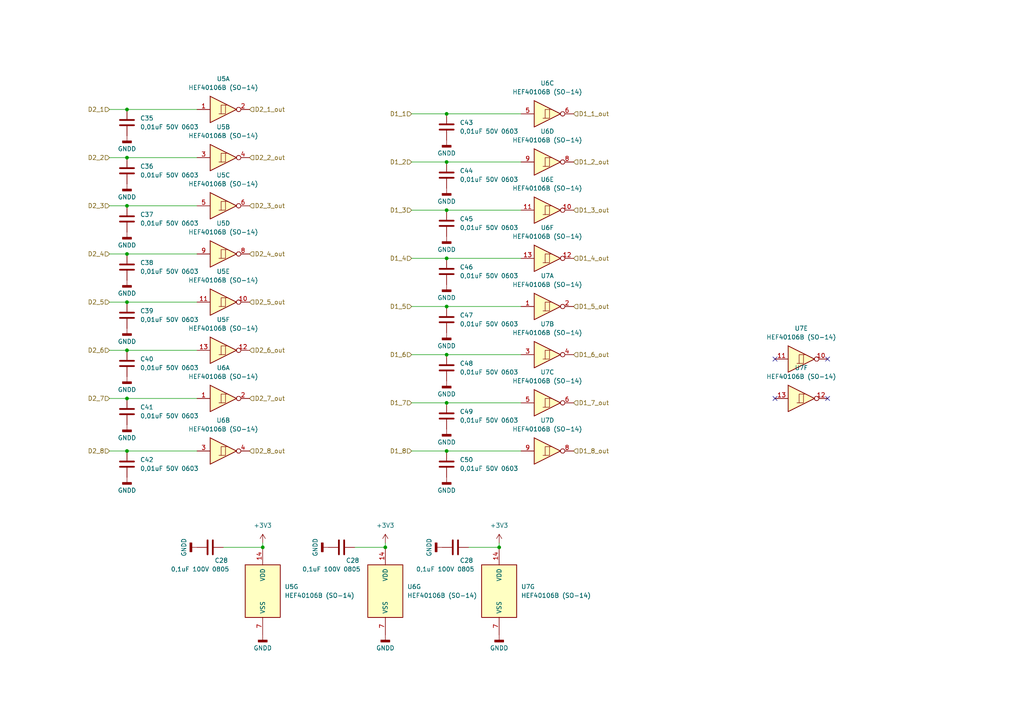
<source format=kicad_sch>
(kicad_sch (version 20230121) (generator eeschema)
  (paper "A4")
  (lib_symbols
    (symbol "4xxx:40106" (pin_names (offset 1.016))
      (property "Reference" "U" (at 0 1.27 0))
      (property "Value" "40106" (at 0 -1.27 0))
      (symbol "40106_1_0"
        (polyline (pts (xy -0.635 -1.27) (xy -0.635 1.27) (xy 0.635 1.27)))
        (polyline (pts (xy -3.81 3.81) (xy -3.81 -3.81) (xy 3.81 0) (xy -3.81 3.81)) (stroke (width 0.254)) (fill (type background)))
        (polyline (pts (xy -1.27 -1.27) (xy 0.635 -1.27) (xy 0.635 1.27) (xy 1.27 1.27)))
        (pin input line (at -7.62 0 0) (length 3.81) (name "~") (number "1"))
        (pin output inverted (at 7.62 0 180) (length 3.81) (name "~") (number "2"))
      )
      (symbol "40106_2_0"
        (polyline (pts (xy -0.635 -1.27) (xy -0.635 1.27) (xy 0.635 1.27)))
        (polyline (pts (xy -3.81 3.81) (xy -3.81 -3.81) (xy 3.81 0) (xy -3.81 3.81)) (stroke (width 0.254)) (fill (type background)))
        (polyline (pts (xy -1.27 -1.27) (xy 0.635 -1.27) (xy 0.635 1.27) (xy 1.27 1.27)))
        (pin input line (at -7.62 0 0) (length 3.81) (name "~") (number "3"))
        (pin output inverted (at 7.62 0 180) (length 3.81) (name "~") (number "4"))
      )
      (symbol "40106_3_0"
        (polyline (pts (xy -0.635 -1.27) (xy -0.635 1.27) (xy 0.635 1.27)))
        (polyline (pts (xy -3.81 3.81) (xy -3.81 -3.81) (xy 3.81 0) (xy -3.81 3.81)) (stroke (width 0.254)) (fill (type background)))
        (polyline (pts (xy -1.27 -1.27) (xy 0.635 -1.27) (xy 0.635 1.27) (xy 1.27 1.27)))
        (pin input line (at -7.62 0 0) (length 3.81) (name "~") (number "5"))
        (pin output inverted (at 7.62 0 180) (length 3.81) (name "~") (number "6"))
      )
      (symbol "40106_4_0"
        (polyline (pts (xy -0.635 -1.27) (xy -0.635 1.27) (xy 0.635 1.27)))
        (polyline (pts (xy -3.81 3.81) (xy -3.81 -3.81) (xy 3.81 0) (xy -3.81 3.81)) (stroke (width 0.254)) (fill (type background)))
        (polyline (pts (xy -1.27 -1.27) (xy 0.635 -1.27) (xy 0.635 1.27) (xy 1.27 1.27)))
        (pin output inverted (at 7.62 0 180) (length 3.81) (name "~") (number "8"))
        (pin input line (at -7.62 0 0) (length 3.81) (name "~") (number "9"))
      )
      (symbol "40106_5_0"
        (polyline (pts (xy -0.635 -1.27) (xy -0.635 1.27) (xy 0.635 1.27)))
        (polyline (pts (xy -3.81 3.81) (xy -3.81 -3.81) (xy 3.81 0) (xy -3.81 3.81)) (stroke (width 0.254)) (fill (type background)))
        (polyline (pts (xy -1.27 -1.27) (xy 0.635 -1.27) (xy 0.635 1.27) (xy 1.27 1.27)))
        (pin output inverted (at 7.62 0 180) (length 3.81) (name "~") (number "10"))
        (pin input line (at -7.62 0 0) (length 3.81) (name "~") (number "11"))
      )
      (symbol "40106_6_0"
        (polyline (pts (xy -0.635 -1.27) (xy -0.635 1.27) (xy 0.635 1.27)))
        (polyline (pts (xy -3.81 3.81) (xy -3.81 -3.81) (xy 3.81 0) (xy -3.81 3.81)) (stroke (width 0.254)) (fill (type background)))
        (polyline (pts (xy -1.27 -1.27) (xy 0.635 -1.27) (xy 0.635 1.27) (xy 1.27 1.27)))
        (pin output inverted (at 7.62 0 180) (length 3.81) (name "~") (number "12"))
        (pin input line (at -7.62 0 0) (length 3.81) (name "~") (number "13"))
      )
      (symbol "40106_7_0"
        (pin power_in line (at 0 12.7 270) (length 5.08) (name "VDD") (number "14"))
        (pin power_in line (at 0 -12.7 90) (length 5.08) (name "VSS") (number "7"))
      )
      (symbol "40106_7_1"
        (rectangle (start -5.08 7.62) (end 5.08 -7.62) (stroke (width 0.254)) (fill (type background)))
      )
    )
    (symbol "Device:C" (pin_numbers hide) (pin_names (offset 0.254))
      (property "Reference" "C" (at 0.635 2.54 0))
      (property "Value" "C" (at 0.635 -2.54 0))
      (symbol "C_0_1"
        (polyline (pts (xy -2.032 -0.762) (xy 2.032 -0.762)) (stroke (width 0.508)))
        (polyline (pts (xy -2.032 0.762) (xy 2.032 0.762)) (stroke (width 0.508)))
      )
      (symbol "C_1_1"
        (pin passive line (at 0 3.81 270) (length 2.794) (name "~") (number "1"))
        (pin passive line (at 0 -3.81 90) (length 2.794) (name "~") (number "2"))
      )
    )
    (symbol "power:+3V3" (power) (pin_numbers hide) (pin_names (offset 0) hide)
      (property "Value" "+3V3" (at 0 3.556 0))
      (symbol "+3V3_0_1"
        (polyline (pts (xy -0.762 1.27) (xy 0 2.54)))
        (polyline (pts (xy 0 0) (xy 0 2.54)))
        (polyline (pts (xy 0 2.54) (xy 0.762 1.27)))
      )
      (symbol "+3V3_1_1"
        (pin power_in line (at 0 0 90) (length 0) hide (name "+3V3") (number "1"))
      )
    )
    (symbol "power:GNDD" (power) (pin_numbers hide) (pin_names (offset 0) hide)
      (property "Value" "GNDD" (at 0 -3.175 0))
      (symbol "GNDD_0_1"
        (rectangle (start -1.27 -1.524) (end 1.27 -2.032) (stroke (width 0.254)) (fill (type outline)))
        (polyline (pts (xy 0 0) (xy 0 -1.524)))
      )
      (symbol "GNDD_1_1"
        (pin power_in line (at 0 0 270) (length 0) hide (name "GNDD") (number "1"))
      )
    )
  )
  (junction (at 144.78 158.75))
  (junction (at 36.83 115.57))
  (junction (at 129.54 130.81))
  (junction (at 36.83 31.75))
  (junction (at 129.54 46.99))
  (junction (at 129.54 102.87))
  (junction (at 36.83 101.6))
  (junction (at 36.83 87.63))
  (junction (at 36.83 73.66))
  (junction (at 36.83 59.69))
  (junction (at 36.83 45.72))
  (junction (at 129.54 60.96))
  (junction (at 129.54 74.93))
  (junction (at 36.83 130.81))
  (junction (at 129.54 116.84))
  (junction (at 129.54 33.02))
  (junction (at 129.54 88.9))
  (junction (at 111.76 158.75))
  (junction (at 76.2 158.75))
  (no_connect (at 224.79 115.57))
  (no_connect (at 240.03 115.57))
  (no_connect (at 224.79 104.14))
  (no_connect (at 240.03 104.14))
  (wire (pts (xy 36.83 87.63) (xy 57.15 87.63)))
  (wire (pts (xy 36.83 31.75) (xy 57.15 31.75)))
  (wire (pts (xy 64.77 158.75) (xy 76.2 158.75)))
  (wire (pts (xy 129.54 60.96) (xy 151.13 60.96)))
  (wire (pts (xy 144.78 157.48) (xy 144.78 158.75)))
  (wire (pts (xy 119.38 130.81) (xy 129.54 130.81)))
  (wire (pts (xy 31.75 73.66) (xy 36.83 73.66)))
  (wire (pts (xy 129.54 130.81) (xy 151.13 130.81)))
  (wire (pts (xy 31.75 45.72) (xy 36.83 45.72)))
  (wire (pts (xy 129.54 46.99) (xy 151.13 46.99)))
  (wire (pts (xy 36.83 59.69) (xy 57.15 59.69)))
  (wire (pts (xy 119.38 116.84) (xy 129.54 116.84)))
  (wire (pts (xy 36.83 45.72) (xy 57.15 45.72)))
  (wire (pts (xy 31.75 31.75) (xy 36.83 31.75)))
  (wire (pts (xy 135.89 158.75) (xy 144.78 158.75)))
  (wire (pts (xy 119.38 46.99) (xy 129.54 46.99)))
  (wire (pts (xy 119.38 60.96) (xy 129.54 60.96)))
  (wire (pts (xy 102.87 158.75) (xy 111.76 158.75)))
  (wire (pts (xy 119.38 33.02) (xy 129.54 33.02)))
  (wire (pts (xy 31.75 115.57) (xy 36.83 115.57)))
  (wire (pts (xy 36.83 101.6) (xy 57.15 101.6)))
  (wire (pts (xy 31.75 87.63) (xy 36.83 87.63)))
  (wire (pts (xy 129.54 88.9) (xy 151.13 88.9)))
  (wire (pts (xy 119.38 102.87) (xy 129.54 102.87)))
  (wire (pts (xy 31.75 130.81) (xy 36.83 130.81)))
  (wire (pts (xy 31.75 59.69) (xy 36.83 59.69)))
  (wire (pts (xy 31.75 101.6) (xy 36.83 101.6)))
  (wire (pts (xy 36.83 73.66) (xy 57.15 73.66)))
  (wire (pts (xy 129.54 102.87) (xy 151.13 102.87)))
  (wire (pts (xy 129.54 33.02) (xy 151.13 33.02)))
  (wire (pts (xy 36.83 115.57) (xy 57.15 115.57)))
  (wire (pts (xy 129.54 74.93) (xy 151.13 74.93)))
  (wire (pts (xy 129.54 116.84) (xy 151.13 116.84)))
  (wire (pts (xy 111.76 157.48) (xy 111.76 158.75)))
  (wire (pts (xy 119.38 88.9) (xy 129.54 88.9)))
  (wire (pts (xy 119.38 74.93) (xy 129.54 74.93)))
  (wire (pts (xy 76.2 157.48) (xy 76.2 158.75)))
  (wire (pts (xy 36.83 130.81) (xy 57.15 130.81)))
  (hierarchical_label "D2_8_out" (shape input) (at 72.39 130.81 0))
  (hierarchical_label "D1_4" (shape input) (at 119.38 74.93 180))
  (hierarchical_label "D1_4_out" (shape input) (at 166.37 74.93 0))
  (hierarchical_label "D2_1" (shape input) (at 31.75 31.75 180))
  (hierarchical_label "D1_7" (shape input) (at 119.38 116.84 180))
  (hierarchical_label "D2_7_out" (shape input) (at 72.39 115.57 0))
  (hierarchical_label "D2_7" (shape input) (at 31.75 115.57 180))
  (hierarchical_label "D2_4" (shape input) (at 31.75 73.66 180))
  (hierarchical_label "D2_6_out" (shape input) (at 72.39 101.6 0))
  (hierarchical_label "D1_2" (shape input) (at 119.38 46.99 180))
  (hierarchical_label "D2_1_out" (shape input) (at 72.39 31.75 0))
  (hierarchical_label "D1_5" (shape input) (at 119.38 88.9 180))
  (hierarchical_label "D2_3_out" (shape input) (at 72.39 59.69 0))
  (hierarchical_label "D2_8" (shape input) (at 31.75 130.81 180))
  (hierarchical_label "D2_5_out" (shape input) (at 72.39 87.63 0))
  (hierarchical_label "D1_1" (shape input) (at 119.38 33.02 180))
  (hierarchical_label "D1_6_out" (shape input) (at 166.37 102.87 0))
  (hierarchical_label "D1_8" (shape input) (at 119.38 130.81 180))
  (hierarchical_label "D1_5_out" (shape input) (at 166.37 88.9 0))
  (hierarchical_label "D2_2" (shape input) (at 31.75 45.72 180))
  (hierarchical_label "D2_3" (shape input) (at 31.75 59.69 180))
  (hierarchical_label "D1_7_out" (shape input) (at 166.37 116.84 0))
  (hierarchical_label "D1_8_out" (shape input) (at 166.37 130.81 0))
  (hierarchical_label "D2_4_out" (shape input) (at 72.39 73.66 0))
  (hierarchical_label "D1_2_out" (shape input) (at 166.37 46.99 0))
  (hierarchical_label "D1_3" (shape input) (at 119.38 60.96 180))
  (hierarchical_label "D1_6" (shape input) (at 119.38 102.87 180))
  (hierarchical_label "D1_3_out" (shape input) (at 166.37 60.96 0))
  (hierarchical_label "D2_2_out" (shape input) (at 72.39 45.72 0))
  (hierarchical_label "D1_1_out" (shape input) (at 166.37 33.02 0))
  (hierarchical_label "D2_5" (shape input) (at 31.75 87.63 180))
  (hierarchical_label "D2_6" (shape input) (at 31.75 101.6 180))
  (symbol (lib_id "Device:C") (at 36.83 35.56 0) (unit 1)
    (property "Reference" "C35" (at 40.64 34.29 0) (effects (justify left)))
    (property "Value" "0,01uF 50V 0603" (at 40.64 36.83 0) (effects (justify left)))
    (property "Footprint" "PCM_Capacitor_SMD_US_Handsoldering_AKL:C_0603_1608Metric_Pad1.08x0.95mm" (effects hide))
  )
  (symbol (lib_id "Device:C") (at 36.83 91.44 0) (unit 1)
    (property "Reference" "C39" (at 40.64 90.17 0) (effects (justify left)))
    (property "Value" "0,01uF 50V 0603" (at 40.64 92.71 0) (effects (justify left)))
    (property "Footprint" "PCM_Capacitor_SMD_US_Handsoldering_AKL:C_0603_1608Metric_Pad1.08x0.95mm" (effects hide))
  )
  (symbol (lib_id "4xxx:40106") (at 158.75 60.96 0) (unit 5)
    (property "Reference" "U6" (at 158.75 52.07 0))
    (property "Value" "HEF40106B (SO-14)" (at 158.75 54.61 0))
    (property "Footprint" "Package_SO:SO-14_3.9x8.65mm_P1.27mm" (effects hide))
    (property "Datasheet" "https://assets.nexperia.com/documents/data-sheet/HEF40106B.pdf" (effects hide))
  )
  (symbol (lib_id "4xxx:40106") (at 111.76 171.45 0) (unit 7)
    (property "Reference" "U6" (at 118.11 170.18 0) (effects (justify left)))
    (property "Value" "HEF40106B (SO-14)" (at 118.11 172.72 0) (effects (justify left)))
    (property "Footprint" "Package_SO:SO-14_3.9x8.65mm_P1.27mm" (effects hide))
    (property "Datasheet" "https://assets.nexperia.com/documents/data-sheet/HEF40106B.pdf" (effects hide))
  )
  (symbol (lib_id "power:GNDD") (at 129.54 68.58 0) (unit 1)
    (property "Reference" "#PWR048" (effects hide))
    (property "Value" "GNDD" (at 129.54 72.39 0))
    (instances (project "Плата дискретных входов" (path "" (reference "#PWR048") (unit 1)) (path "" (reference "#PWR060") (unit 1)) (path "" (reference "#PWR0134") (unit 1))))
  )
  (symbol (lib_id "power:GNDD") (at 129.54 96.52 0) (unit 1)
    (property "Reference" "#PWR048" (effects hide))
    (property "Value" "GNDD" (at 129.54 100.33 0))
    (instances (project "Плата дискретных входов" (path "" (reference "#PWR048") (unit 1)) (path "" (reference "#PWR060") (unit 1)) (path "" (reference "#PWR0136") (unit 1))))
  )
  (symbol (lib_id "4xxx:40106") (at 64.77 115.57 0) (unit 1)
    (property "Reference" "U6" (at 64.77 106.68 0))
    (property "Value" "HEF40106B (SO-14)" (at 64.77 109.22 0))
    (property "Footprint" "Package_SO:SO-14_3.9x8.65mm_P1.27mm" (effects hide))
    (property "Datasheet" "https://assets.nexperia.com/documents/data-sheet/HEF40106B.pdf" (effects hide))
  )
  (symbol (lib_id "Device:C") (at 99.06 158.75 270) (unit 1)
    (property "Reference" "C28" (at 100.33 162.56 90) (effects (justify left)))
    (property "Value" "0,1uF 100V 0805" (at 87.63 165.1 90) (effects (justify left)))
    (property "Footprint" "PCM_Resistor_SMD_AKL:R_0805_2012Metric_Pad1.20x1.40mm_HandSolder" (effects hide))
    (instances (project "Плата дискретных входов" (path "" (reference "C28") (unit 1)) (path "" (reference "C33") (unit 1))) (project "Плата фото светодиоды" (path "" (reference "C30") (unit 1))))
  )
  (symbol (lib_id "4xxx:40106") (at 64.77 101.6 0) (unit 6)
    (property "Reference" "U5" (at 64.77 92.71 0))
    (property "Value" "HEF40106B (SO-14)" (at 64.77 95.25 0))
    (property "Footprint" "Package_SO:SO-14_3.9x8.65mm_P1.27mm" (effects hide))
    (property "Datasheet" "https://assets.nexperia.com/documents/data-sheet/HEF40106B.pdf" (effects hide))
  )
  (symbol (lib_id "power:GNDD") (at 36.83 109.22 0) (unit 1)
    (property "Reference" "#PWR048" (effects hide))
    (property "Value" "GNDD" (at 36.83 113.03 0))
    (instances (project "Плата дискретных входов" (path "" (reference "#PWR048") (unit 1)) (path "" (reference "#PWR060") (unit 1)) (path "" (reference "#PWR0129") (unit 1))))
  )
  (symbol (lib_id "power:GNDD") (at 129.54 124.46 0) (unit 1)
    (property "Reference" "#PWR048" (effects hide))
    (property "Value" "GNDD" (at 129.54 128.27 0))
    (instances (project "Плата дискретных входов" (path "" (reference "#PWR048") (unit 1)) (path "" (reference "#PWR060") (unit 1)) (path "" (reference "#PWR0138") (unit 1))))
  )
  (symbol (lib_id "power:+3V3") (at 76.2 157.48 0) (unit 1)
    (property "Reference" "#PWR034" (effects hide))
    (property "Value" "+3V3" (at 76.2 152.4 0))
    (instances (project "Плата дискретных входов" (path "" (reference "#PWR034") (unit 1)) (path "" (reference "#PWR040") (unit 1)) (path "" (reference "#PWR0100") (unit 1)) (path "" (reference "#PWR083") (unit 1))))
  )
  (symbol (lib_id "4xxx:40106") (at 158.75 102.87 0) (unit 2)
    (property "Reference" "U7" (at 158.75 93.98 0))
    (property "Value" "HEF40106B (SO-14)" (at 158.75 96.52 0))
    (property "Footprint" "Package_SO:SO-14_3.9x8.65mm_P1.27mm" (effects hide))
    (property "Datasheet" "https://assets.nexperia.com/documents/data-sheet/HEF40106B.pdf" (effects hide))
  )
  (symbol (lib_id "4xxx:40106") (at 64.77 45.72 0) (unit 2)
    (property "Reference" "U5" (at 64.77 36.83 0))
    (property "Value" "HEF40106B (SO-14)" (at 64.77 39.37 0))
    (property "Footprint" "Package_SO:SO-14_3.9x8.65mm_P1.27mm" (effects hide))
    (property "Datasheet" "https://assets.nexperia.com/documents/data-sheet/HEF40106B.pdf" (effects hide))
  )
  (symbol (lib_id "Device:C") (at 129.54 120.65 0) (unit 1)
    (property "Reference" "C49" (at 133.35 119.38 0) (effects (justify left)))
    (property "Value" "0,01uF 50V 0603" (at 133.35 121.92 0) (effects (justify left)))
    (property "Footprint" "PCM_Capacitor_SMD_US_Handsoldering_AKL:C_0603_1608Metric_Pad1.08x0.95mm" (effects hide))
  )
  (symbol (lib_id "power:GNDD") (at 129.54 82.55 0) (unit 1)
    (property "Reference" "#PWR048" (effects hide))
    (property "Value" "GNDD" (at 129.54 86.36 0))
    (instances (project "Плата дискретных входов" (path "" (reference "#PWR048") (unit 1)) (path "" (reference "#PWR060") (unit 1)) (path "" (reference "#PWR0135") (unit 1))))
  )
  (symbol (lib_id "power:GNDD") (at 129.54 110.49 0) (unit 1)
    (property "Reference" "#PWR048" (effects hide))
    (property "Value" "GNDD" (at 129.54 114.3 0))
    (instances (project "Плата дискретных входов" (path "" (reference "#PWR048") (unit 1)) (path "" (reference "#PWR060") (unit 1)) (path "" (reference "#PWR0137") (unit 1))))
  )
  (symbol (lib_id "Device:C") (at 36.83 119.38 0) (unit 1)
    (property "Reference" "C41" (at 40.64 118.11 0) (effects (justify left)))
    (property "Value" "0,01uF 50V 0603" (at 40.64 120.65 0) (effects (justify left)))
    (property "Footprint" "PCM_Capacitor_SMD_US_Handsoldering_AKL:C_0603_1608Metric_Pad1.08x0.95mm" (effects hide))
  )
  (symbol (lib_id "power:GNDD") (at 129.54 54.61 0) (unit 1)
    (property "Reference" "#PWR048" (effects hide))
    (property "Value" "GNDD" (at 129.54 58.42 0))
    (instances (project "Плата дискретных входов" (path "" (reference "#PWR048") (unit 1)) (path "" (reference "#PWR060") (unit 1)) (path "" (reference "#PWR0133") (unit 1))))
  )
  (symbol (lib_id "Device:C") (at 36.83 77.47 0) (unit 1)
    (property "Reference" "C38" (at 40.64 76.2 0) (effects (justify left)))
    (property "Value" "0,01uF 50V 0603" (at 40.64 78.74 0) (effects (justify left)))
    (property "Footprint" "PCM_Capacitor_SMD_US_Handsoldering_AKL:C_0603_1608Metric_Pad1.08x0.95mm" (effects hide))
  )
  (symbol (lib_id "Device:C") (at 129.54 64.77 0) (unit 1)
    (property "Reference" "C45" (at 133.35 63.5 0) (effects (justify left)))
    (property "Value" "0,01uF 50V 0603" (at 133.35 66.04 0) (effects (justify left)))
    (property "Footprint" "PCM_Capacitor_SMD_US_Handsoldering_AKL:C_0603_1608Metric_Pad1.08x0.95mm" (effects hide))
  )
  (symbol (lib_id "power:GNDD") (at 36.83 138.43 0) (unit 1)
    (property "Reference" "#PWR048" (effects hide))
    (property "Value" "GNDD" (at 36.83 142.24 0))
    (instances (project "Плата дискретных входов" (path "" (reference "#PWR048") (unit 1)) (path "" (reference "#PWR060") (unit 1)) (path "" (reference "#PWR0131") (unit 1))))
  )
  (symbol (lib_id "Device:C") (at 129.54 106.68 0) (unit 1)
    (property "Reference" "C48" (at 133.35 105.41 0) (effects (justify left)))
    (property "Value" "0,01uF 50V 0603" (at 133.35 107.95 0) (effects (justify left)))
    (property "Footprint" "PCM_Capacitor_SMD_US_Handsoldering_AKL:C_0603_1608Metric_Pad1.08x0.95mm" (effects hide))
  )
  (symbol (lib_id "power:GNDD") (at 57.15 158.75 270) (unit 1)
    (property "Reference" "#PWR048" (effects hide))
    (property "Value" "GNDD" (at 53.34 158.75 0))
    (instances (project "Плата дискретных входов" (path "" (reference "#PWR048") (unit 1)) (path "" (reference "#PWR060") (unit 1)) (path "" (reference "#PWR077") (unit 1))))
  )
  (symbol (lib_id "4xxx:40106") (at 158.75 46.99 0) (unit 4)
    (property "Reference" "U6" (at 158.75 38.1 0))
    (property "Value" "HEF40106B (SO-14)" (at 158.75 40.64 0))
    (property "Footprint" "Package_SO:SO-14_3.9x8.65mm_P1.27mm" (effects hide))
    (property "Datasheet" "https://assets.nexperia.com/documents/data-sheet/HEF40106B.pdf" (effects hide))
  )
  (symbol (lib_id "4xxx:40106") (at 144.78 171.45 0) (unit 7)
    (property "Reference" "U7" (at 151.13 170.18 0) (effects (justify left)))
    (property "Value" "HEF40106B (SO-14)" (at 151.13 172.72 0) (effects (justify left)))
    (property "Footprint" "Package_SO:SO-14_3.9x8.65mm_P1.27mm" (effects hide))
    (property "Datasheet" "https://assets.nexperia.com/documents/data-sheet/HEF40106B.pdf" (effects hide))
  )
  (symbol (lib_id "Device:C") (at 129.54 92.71 0) (unit 1)
    (property "Reference" "C47" (at 133.35 91.44 0) (effects (justify left)))
    (property "Value" "0,01uF 50V 0603" (at 133.35 93.98 0) (effects (justify left)))
    (property "Footprint" "PCM_Capacitor_SMD_US_Handsoldering_AKL:C_0603_1608Metric_Pad1.08x0.95mm" (effects hide))
  )
  (symbol (lib_id "Device:C") (at 129.54 50.8 0) (unit 1)
    (property "Reference" "C44" (at 133.35 49.53 0) (effects (justify left)))
    (property "Value" "0,01uF 50V 0603" (at 133.35 52.07 0) (effects (justify left)))
    (property "Footprint" "PCM_Capacitor_SMD_US_Handsoldering_AKL:C_0603_1608Metric_Pad1.08x0.95mm" (effects hide))
  )
  (symbol (lib_id "Device:C") (at 36.83 49.53 0) (unit 1)
    (property "Reference" "C36" (at 40.64 48.26 0) (effects (justify left)))
    (property "Value" "0,01uF 50V 0603" (at 40.64 50.8 0) (effects (justify left)))
    (property "Footprint" "PCM_Capacitor_SMD_US_Handsoldering_AKL:C_0603_1608Metric_Pad1.08x0.95mm" (effects hide))
  )
  (symbol (lib_id "4xxx:40106") (at 158.75 130.81 0) (unit 4)
    (property "Reference" "U7" (at 158.75 121.92 0))
    (property "Value" "HEF40106B (SO-14)" (at 158.75 124.46 0))
    (property "Footprint" "Package_SO:SO-14_3.9x8.65mm_P1.27mm" (effects hide))
    (property "Datasheet" "https://assets.nexperia.com/documents/data-sheet/HEF40106B.pdf" (effects hide))
  )
  (symbol (lib_id "4xxx:40106") (at 158.75 74.93 0) (unit 6)
    (property "Reference" "U6" (at 158.75 66.04 0))
    (property "Value" "HEF40106B (SO-14)" (at 158.75 68.58 0))
    (property "Footprint" "Package_SO:SO-14_3.9x8.65mm_P1.27mm" (effects hide))
    (property "Datasheet" "https://assets.nexperia.com/documents/data-sheet/HEF40106B.pdf" (effects hide))
  )
  (symbol (lib_id "4xxx:40106") (at 76.2 171.45 0) (unit 7)
    (property "Reference" "U5" (at 82.55 170.18 0) (effects (justify left)))
    (property "Value" "HEF40106B (SO-14)" (at 82.55 172.72 0) (effects (justify left)))
    (property "Footprint" "Package_SO:SO-14_3.9x8.65mm_P1.27mm" (effects hide))
    (property "Datasheet" "https://assets.nexperia.com/documents/data-sheet/HEF40106B.pdf" (effects hide))
  )
  (symbol (lib_id "4xxx:40106") (at 64.77 31.75 0) (unit 1)
    (property "Reference" "U5" (at 64.77 22.86 0))
    (property "Value" "HEF40106B (SO-14)" (at 64.77 25.4 0))
    (property "Footprint" "Package_SO:SO-14_3.9x8.65mm_P1.27mm" (effects hide))
    (property "Datasheet" "https://assets.nexperia.com/documents/data-sheet/HEF40106B.pdf" (effects hide))
  )
  (symbol (lib_id "power:GNDD") (at 36.83 81.28 0) (unit 1)
    (property "Reference" "#PWR048" (effects hide))
    (property "Value" "GNDD" (at 36.83 85.09 0))
    (instances (project "Плата дискретных входов" (path "" (reference "#PWR048") (unit 1)) (path "" (reference "#PWR060") (unit 1)) (path "" (reference "#PWR0127") (unit 1))))
  )
  (symbol (lib_id "power:GNDD") (at 36.83 95.25 0) (unit 1)
    (property "Reference" "#PWR048" (effects hide))
    (property "Value" "GNDD" (at 36.83 99.06 0))
    (instances (project "Плата дискретных входов" (path "" (reference "#PWR048") (unit 1)) (path "" (reference "#PWR060") (unit 1)) (path "" (reference "#PWR0128") (unit 1))))
  )
  (symbol (lib_id "Device:C") (at 60.96 158.75 270) (unit 1)
    (property "Reference" "C28" (at 62.23 162.56 90) (effects (justify left)))
    (property "Value" "0,1uF 100V 0805" (at 49.53 165.1 90) (effects (justify left)))
    (property "Footprint" "PCM_Resistor_SMD_AKL:R_0805_2012Metric_Pad1.20x1.40mm_HandSolder" (effects hide))
    (instances (project "Плата дискретных входов" (path "" (reference "C28") (unit 1)) (path "" (reference "C32") (unit 1))) (project "Плата фото светодиоды" (path "" (reference "C30") (unit 1))))
  )
  (symbol (lib_id "4xxx:40106") (at 158.75 33.02 0) (unit 3)
    (property "Reference" "U6" (at 158.75 24.13 0))
    (property "Value" "HEF40106B (SO-14)" (at 158.75 26.67 0))
    (property "Footprint" "Package_SO:SO-14_3.9x8.65mm_P1.27mm" (effects hide))
    (property "Datasheet" "https://assets.nexperia.com/documents/data-sheet/HEF40106B.pdf" (effects hide))
  )
  (symbol (lib_id "power:GNDD") (at 111.76 184.15 0) (unit 1)
    (property "Reference" "#PWR048" (effects hide))
    (property "Value" "GNDD" (at 111.76 187.96 0))
    (instances (project "Плата дискретных входов" (path "" (reference "#PWR048") (unit 1)) (path "" (reference "#PWR060") (unit 1)) (path "" (reference "#PWR081") (unit 1))))
  )
  (symbol (lib_id "4xxx:40106") (at 64.77 73.66 0) (unit 4)
    (property "Reference" "U5" (at 64.77 64.77 0))
    (property "Value" "HEF40106B (SO-14)" (at 64.77 67.31 0))
    (property "Footprint" "Package_SO:SO-14_3.9x8.65mm_P1.27mm" (effects hide))
    (property "Datasheet" "https://assets.nexperia.com/documents/data-sheet/HEF40106B.pdf" (effects hide))
  )
  (symbol (lib_id "power:GNDD") (at 144.78 184.15 0) (unit 1)
    (property "Reference" "#PWR048" (effects hide))
    (property "Value" "GNDD" (at 144.78 187.96 0))
    (instances (project "Плата дискретных входов" (path "" (reference "#PWR048") (unit 1)) (path "" (reference "#PWR060") (unit 1)) (path "" (reference "#PWR082") (unit 1))))
  )
  (symbol (lib_id "power:GNDD") (at 129.54 40.64 0) (unit 1)
    (property "Reference" "#PWR048" (effects hide))
    (property "Value" "GNDD" (at 129.54 44.45 0))
    (instances (project "Плата дискретных входов" (path "" (reference "#PWR048") (unit 1)) (path "" (reference "#PWR060") (unit 1)) (path "" (reference "#PWR0132") (unit 1))))
  )
  (symbol (lib_id "Device:C") (at 129.54 36.83 0) (unit 1)
    (property "Reference" "C43" (at 133.35 35.56 0) (effects (justify left)))
    (property "Value" "0,01uF 50V 0603" (at 133.35 38.1 0) (effects (justify left)))
    (property "Footprint" "PCM_Capacitor_SMD_US_Handsoldering_AKL:C_0603_1608Metric_Pad1.08x0.95mm" (effects hide))
  )
  (symbol (lib_id "Device:C") (at 36.83 63.5 0) (unit 1)
    (property "Reference" "C37" (at 40.64 62.23 0) (effects (justify left)))
    (property "Value" "0,01uF 50V 0603" (at 40.64 64.77 0) (effects (justify left)))
    (property "Footprint" "PCM_Capacitor_SMD_US_Handsoldering_AKL:C_0603_1608Metric_Pad1.08x0.95mm" (effects hide))
  )
  (symbol (lib_id "power:GNDD") (at 36.83 39.37 0) (unit 1)
    (property "Reference" "#PWR048" (effects hide))
    (property "Value" "GNDD" (at 36.83 43.18 0))
    (instances (project "Плата дискретных входов" (path "" (reference "#PWR048") (unit 1)) (path "" (reference "#PWR060") (unit 1)) (path "" (reference "#PWR0124") (unit 1))))
  )
  (symbol (lib_id "power:GNDD") (at 128.27 158.75 270) (unit 1)
    (property "Reference" "#PWR048" (effects hide))
    (property "Value" "GNDD" (at 124.46 158.75 0))
    (instances (project "Плата дискретных входов" (path "" (reference "#PWR048") (unit 1)) (path "" (reference "#PWR060") (unit 1)) (path "" (reference "#PWR079") (unit 1))))
  )
  (symbol (lib_id "4xxx:40106") (at 64.77 87.63 0) (unit 5)
    (property "Reference" "U5" (at 64.77 78.74 0))
    (property "Value" "HEF40106B (SO-14)" (at 64.77 81.28 0))
    (property "Footprint" "Package_SO:SO-14_3.9x8.65mm_P1.27mm" (effects hide))
    (property "Datasheet" "https://assets.nexperia.com/documents/data-sheet/HEF40106B.pdf" (effects hide))
  )
  (symbol (lib_id "4xxx:40106") (at 158.75 88.9 0) (unit 1)
    (property "Reference" "U7" (at 158.75 80.01 0))
    (property "Value" "HEF40106B (SO-14)" (at 158.75 82.55 0))
    (property "Footprint" "Package_SO:SO-14_3.9x8.65mm_P1.27mm" (effects hide))
    (property "Datasheet" "https://assets.nexperia.com/documents/data-sheet/HEF40106B.pdf" (effects hide))
  )
  (symbol (lib_id "power:GNDD") (at 95.25 158.75 270) (unit 1)
    (property "Reference" "#PWR048" (effects hide))
    (property "Value" "GNDD" (at 91.44 158.75 0))
    (instances (project "Плата дискретных входов" (path "" (reference "#PWR048") (unit 1)) (path "" (reference "#PWR060") (unit 1)) (path "" (reference "#PWR078") (unit 1))))
  )
  (symbol (lib_id "power:GNDD") (at 36.83 67.31 0) (unit 1)
    (property "Reference" "#PWR048" (effects hide))
    (property "Value" "GNDD" (at 36.83 71.12 0))
    (instances (project "Плата дискретных входов" (path "" (reference "#PWR048") (unit 1)) (path "" (reference "#PWR060") (unit 1)) (path "" (reference "#PWR0126") (unit 1))))
  )
  (symbol (lib_id "Device:C") (at 129.54 134.62 0) (unit 1)
    (property "Reference" "C50" (at 133.35 133.35 0) (effects (justify left)))
    (property "Value" "0,01uF 50V 0603" (at 133.35 135.89 0) (effects (justify left)))
    (property "Footprint" "PCM_Capacitor_SMD_US_Handsoldering_AKL:C_0603_1608Metric_Pad1.08x0.95mm" (effects hide))
  )
  (symbol (lib_id "4xxx:40106") (at 158.75 116.84 0) (unit 3)
    (property "Reference" "U7" (at 158.75 107.95 0))
    (property "Value" "HEF40106B (SO-14)" (at 158.75 110.49 0))
    (property "Footprint" "Package_SO:SO-14_3.9x8.65mm_P1.27mm" (effects hide))
    (property "Datasheet" "https://assets.nexperia.com/documents/data-sheet/HEF40106B.pdf" (effects hide))
  )
  (symbol (lib_id "power:GNDD") (at 36.83 53.34 0) (unit 1)
    (property "Reference" "#PWR048" (effects hide))
    (property "Value" "GNDD" (at 36.83 57.15 0))
    (instances (project "Плата дискретных входов" (path "" (reference "#PWR048") (unit 1)) (path "" (reference "#PWR060") (unit 1)) (path "" (reference "#PWR0125") (unit 1))))
  )
  (symbol (lib_id "4xxx:40106") (at 64.77 130.81 0) (unit 2)
    (property "Reference" "U6" (at 64.77 121.92 0))
    (property "Value" "HEF40106B (SO-14)" (at 64.77 124.46 0))
    (property "Footprint" "Package_SO:SO-14_3.9x8.65mm_P1.27mm" (effects hide))
    (property "Datasheet" "https://assets.nexperia.com/documents/data-sheet/HEF40106B.pdf" (effects hide))
  )
  (symbol (lib_id "power:GNDD") (at 36.83 123.19 0) (unit 1)
    (property "Reference" "#PWR048" (effects hide))
    (property "Value" "GNDD" (at 36.83 127 0))
    (instances (project "Плата дискретных входов" (path "" (reference "#PWR048") (unit 1)) (path "" (reference "#PWR060") (unit 1)) (path "" (reference "#PWR0130") (unit 1))))
  )
  (symbol (lib_id "4xxx:40106") (at 232.41 104.14 0) (unit 5)
    (property "Reference" "U7" (at 232.41 95.25 0))
    (property "Value" "HEF40106B (SO-14)" (at 232.41 97.79 0))
    (property "Footprint" "Package_SO:SO-14_3.9x8.65mm_P1.27mm" (effects hide))
    (property "Datasheet" "https://assets.nexperia.com/documents/data-sheet/HEF40106B.pdf" (effects hide))
  )
  (symbol (lib_id "power:GNDD") (at 76.2 184.15 0) (unit 1)
    (property "Reference" "#PWR048" (effects hide))
    (property "Value" "GNDD" (at 76.2 187.96 0))
    (instances (project "Плата дискретных входов" (path "" (reference "#PWR048") (unit 1)) (path "" (reference "#PWR060") (unit 1)) (path "" (reference "#PWR080") (unit 1))))
  )
  (symbol (lib_id "Device:C") (at 132.08 158.75 270) (unit 1)
    (property "Reference" "C28" (at 133.35 162.56 90) (effects (justify left)))
    (property "Value" "0,1uF 100V 0805" (at 120.65 165.1 90) (effects (justify left)))
    (property "Footprint" "PCM_Resistor_SMD_AKL:R_0805_2012Metric_Pad1.20x1.40mm_HandSolder" (effects hide))
    (instances (project "Плата дискретных входов" (path "" (reference "C28") (unit 1)) (path "" (reference "C34") (unit 1))) (project "Плата фото светодиоды" (path "" (reference "C30") (unit 1))))
  )
  (symbol (lib_id "4xxx:40106") (at 232.41 115.57 0) (unit 6)
    (property "Reference" "U7" (at 232.41 106.68 0))
    (property "Value" "HEF40106B (SO-14)" (at 232.41 109.22 0))
    (property "Footprint" "Package_SO:SO-14_3.9x8.65mm_P1.27mm" (effects hide))
    (property "Datasheet" "https://assets.nexperia.com/documents/data-sheet/HEF40106B.pdf" (effects hide))
  )
  (symbol (lib_id "power:+3V3") (at 144.78 157.48 0) (unit 1)
    (property "Reference" "#PWR034" (effects hide))
    (property "Value" "+3V3" (at 144.78 152.4 0))
    (instances (project "Плата дискретных входов" (path "" (reference "#PWR034") (unit 1)) (path "" (reference "#PWR040") (unit 1)) (path "" (reference "#PWR0100") (unit 1)) (path "" (reference "#PWR085") (unit 1))))
  )
  (symbol (lib_id "power:GNDD") (at 129.54 138.43 0) (unit 1)
    (property "Reference" "#PWR048" (effects hide))
    (property "Value" "GNDD" (at 129.54 142.24 0))
    (instances (project "Плата дискретных входов" (path "" (reference "#PWR048") (unit 1)) (path "" (reference "#PWR060") (unit 1)) (path "" (reference "#PWR0139") (unit 1))))
  )
  (symbol (lib_id "4xxx:40106") (at 64.77 59.69 0) (unit 3)
    (property "Reference" "U5" (at 64.77 50.8 0))
    (property "Value" "HEF40106B (SO-14)" (at 64.77 53.34 0))
    (property "Footprint" "Package_SO:SO-14_3.9x8.65mm_P1.27mm" (effects hide))
    (property "Datasheet" "https://assets.nexperia.com/documents/data-sheet/HEF40106B.pdf" (effects hide))
  )
  (symbol (lib_id "power:+3V3") (at 111.76 157.48 0) (unit 1)
    (property "Reference" "#PWR034" (effects hide))
    (property "Value" "+3V3" (at 111.76 152.4 0))
    (instances (project "Плата дискретных входов" (path "" (reference "#PWR034") (unit 1)) (path "" (reference "#PWR040") (unit 1)) (path "" (reference "#PWR0100") (unit 1)) (path "" (reference "#PWR084") (unit 1))))
  )
  (symbol (lib_id "Device:C") (at 36.83 105.41 0) (unit 1)
    (property "Reference" "C40" (at 40.64 104.14 0) (effects (justify left)))
    (property "Value" "0,01uF 50V 0603" (at 40.64 106.68 0) (effects (justify left)))
    (property "Footprint" "PCM_Capacitor_SMD_US_Handsoldering_AKL:C_0603_1608Metric_Pad1.08x0.95mm" (effects hide))
  )
  (symbol (lib_id "Device:C") (at 129.54 78.74 0) (unit 1)
    (property "Reference" "C46" (at 133.35 77.47 0) (effects (justify left)))
    (property "Value" "0,01uF 50V 0603" (at 133.35 80.01 0) (effects (justify left)))
    (property "Footprint" "PCM_Capacitor_SMD_US_Handsoldering_AKL:C_0603_1608Metric_Pad1.08x0.95mm" (effects hide))
  )
  (symbol (lib_id "Device:C") (at 36.83 134.62 0) (unit 1)
    (property "Reference" "C42" (at 40.64 133.35 0) (effects (justify left)))
    (property "Value" "0,01uF 50V 0603" (at 40.64 135.89 0) (effects (justify left)))
    (property "Footprint" "PCM_Capacitor_SMD_US_Handsoldering_AKL:C_0603_1608Metric_Pad1.08x0.95mm" (effects hide))
  )
)
</source>
